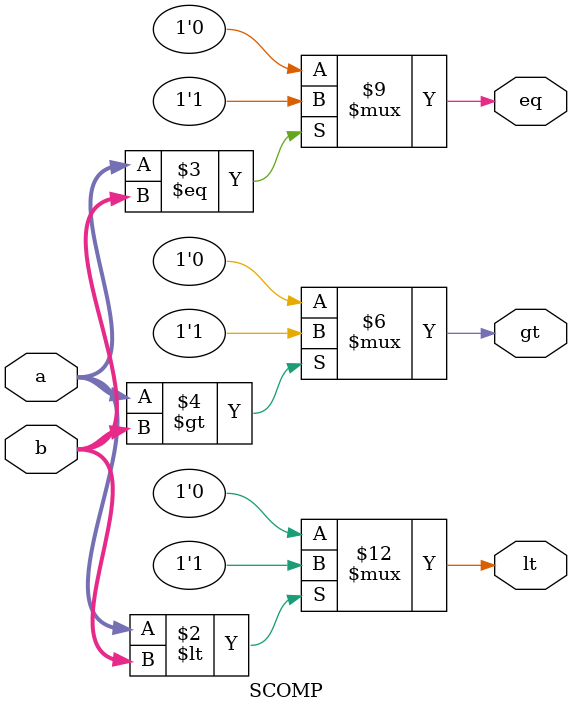
<source format=v>
`timescale 1ns / 1ps



module SCOMP #(parameter DATAWIDTH = 2) (a,b,gt,lt,eq);
input wire signed [DATAWIDTH-1:0] a,b;
output reg signed gt,lt,eq;

always @(*) begin
    if(a < b) lt <= 1;
    else lt <= 0;
    if (a == b) eq <= 1;
    else eq <= 0;
    if (a > b) gt <= 1;
    else gt <= 0;
end

endmodule
</source>
